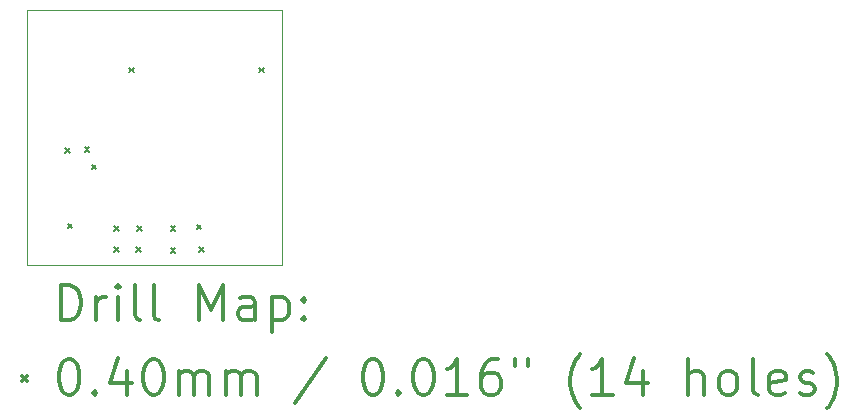
<source format=gbr>
%FSLAX45Y45*%
G04 Gerber Fmt 4.5, Leading zero omitted, Abs format (unit mm)*
G04 Created by KiCad (PCBNEW 5.1.4) date 2019-08-27 15:34:20*
%MOMM*%
%LPD*%
G04 APERTURE LIST*
%ADD10C,0.050000*%
%ADD11C,0.200000*%
%ADD12C,0.300000*%
G04 APERTURE END LIST*
D10*
X9317000Y-5152000D02*
X9317000Y-7311000D01*
X11476000Y-5152000D02*
X9317000Y-5152000D01*
X11476000Y-7311000D02*
X11476000Y-5152000D01*
X9317000Y-7311000D02*
X11476000Y-7311000D01*
D11*
X9640000Y-6320000D02*
X9680000Y-6360000D01*
X9680000Y-6320000D02*
X9640000Y-6360000D01*
X9660000Y-6960000D02*
X9700000Y-7000000D01*
X9700000Y-6960000D02*
X9660000Y-7000000D01*
X9803735Y-6313735D02*
X9843735Y-6353735D01*
X9843735Y-6313735D02*
X9803735Y-6353735D01*
X9861265Y-6461265D02*
X9901265Y-6501265D01*
X9901265Y-6461265D02*
X9861265Y-6501265D01*
X10050000Y-6980000D02*
X10090000Y-7020000D01*
X10090000Y-6980000D02*
X10050000Y-7020000D01*
X10050000Y-7160000D02*
X10090000Y-7200000D01*
X10090000Y-7160000D02*
X10050000Y-7200000D01*
X10180000Y-5640000D02*
X10220000Y-5680000D01*
X10220000Y-5640000D02*
X10180000Y-5680000D01*
X10240000Y-7160000D02*
X10280000Y-7200000D01*
X10280000Y-7160000D02*
X10240000Y-7200000D01*
X10250000Y-6980000D02*
X10290000Y-7020000D01*
X10290000Y-6980000D02*
X10250000Y-7020000D01*
X10530000Y-6980000D02*
X10570000Y-7020000D01*
X10570000Y-6980000D02*
X10530000Y-7020000D01*
X10530000Y-7170000D02*
X10570000Y-7210000D01*
X10570000Y-7170000D02*
X10530000Y-7210000D01*
X10750000Y-6970000D02*
X10790000Y-7010000D01*
X10790000Y-6970000D02*
X10750000Y-7010000D01*
X10770000Y-7160000D02*
X10810000Y-7200000D01*
X10810000Y-7160000D02*
X10770000Y-7200000D01*
X11280000Y-5640000D02*
X11320000Y-5680000D01*
X11320000Y-5640000D02*
X11280000Y-5680000D01*
D12*
X9600928Y-7779214D02*
X9600928Y-7479214D01*
X9672357Y-7479214D01*
X9715214Y-7493500D01*
X9743786Y-7522071D01*
X9758071Y-7550643D01*
X9772357Y-7607786D01*
X9772357Y-7650643D01*
X9758071Y-7707786D01*
X9743786Y-7736357D01*
X9715214Y-7764929D01*
X9672357Y-7779214D01*
X9600928Y-7779214D01*
X9900928Y-7779214D02*
X9900928Y-7579214D01*
X9900928Y-7636357D02*
X9915214Y-7607786D01*
X9929500Y-7593500D01*
X9958071Y-7579214D01*
X9986643Y-7579214D01*
X10086643Y-7779214D02*
X10086643Y-7579214D01*
X10086643Y-7479214D02*
X10072357Y-7493500D01*
X10086643Y-7507786D01*
X10100928Y-7493500D01*
X10086643Y-7479214D01*
X10086643Y-7507786D01*
X10272357Y-7779214D02*
X10243786Y-7764929D01*
X10229500Y-7736357D01*
X10229500Y-7479214D01*
X10429500Y-7779214D02*
X10400928Y-7764929D01*
X10386643Y-7736357D01*
X10386643Y-7479214D01*
X10772357Y-7779214D02*
X10772357Y-7479214D01*
X10872357Y-7693500D01*
X10972357Y-7479214D01*
X10972357Y-7779214D01*
X11243786Y-7779214D02*
X11243786Y-7622071D01*
X11229500Y-7593500D01*
X11200928Y-7579214D01*
X11143786Y-7579214D01*
X11115214Y-7593500D01*
X11243786Y-7764929D02*
X11215214Y-7779214D01*
X11143786Y-7779214D01*
X11115214Y-7764929D01*
X11100928Y-7736357D01*
X11100928Y-7707786D01*
X11115214Y-7679214D01*
X11143786Y-7664929D01*
X11215214Y-7664929D01*
X11243786Y-7650643D01*
X11386643Y-7579214D02*
X11386643Y-7879214D01*
X11386643Y-7593500D02*
X11415214Y-7579214D01*
X11472357Y-7579214D01*
X11500928Y-7593500D01*
X11515214Y-7607786D01*
X11529500Y-7636357D01*
X11529500Y-7722071D01*
X11515214Y-7750643D01*
X11500928Y-7764929D01*
X11472357Y-7779214D01*
X11415214Y-7779214D01*
X11386643Y-7764929D01*
X11658071Y-7750643D02*
X11672357Y-7764929D01*
X11658071Y-7779214D01*
X11643786Y-7764929D01*
X11658071Y-7750643D01*
X11658071Y-7779214D01*
X11658071Y-7593500D02*
X11672357Y-7607786D01*
X11658071Y-7622071D01*
X11643786Y-7607786D01*
X11658071Y-7593500D01*
X11658071Y-7622071D01*
X9274500Y-8253500D02*
X9314500Y-8293500D01*
X9314500Y-8253500D02*
X9274500Y-8293500D01*
X9658071Y-8109214D02*
X9686643Y-8109214D01*
X9715214Y-8123500D01*
X9729500Y-8137786D01*
X9743786Y-8166357D01*
X9758071Y-8223500D01*
X9758071Y-8294929D01*
X9743786Y-8352071D01*
X9729500Y-8380643D01*
X9715214Y-8394929D01*
X9686643Y-8409214D01*
X9658071Y-8409214D01*
X9629500Y-8394929D01*
X9615214Y-8380643D01*
X9600928Y-8352071D01*
X9586643Y-8294929D01*
X9586643Y-8223500D01*
X9600928Y-8166357D01*
X9615214Y-8137786D01*
X9629500Y-8123500D01*
X9658071Y-8109214D01*
X9886643Y-8380643D02*
X9900928Y-8394929D01*
X9886643Y-8409214D01*
X9872357Y-8394929D01*
X9886643Y-8380643D01*
X9886643Y-8409214D01*
X10158071Y-8209214D02*
X10158071Y-8409214D01*
X10086643Y-8094929D02*
X10015214Y-8309214D01*
X10200928Y-8309214D01*
X10372357Y-8109214D02*
X10400928Y-8109214D01*
X10429500Y-8123500D01*
X10443786Y-8137786D01*
X10458071Y-8166357D01*
X10472357Y-8223500D01*
X10472357Y-8294929D01*
X10458071Y-8352071D01*
X10443786Y-8380643D01*
X10429500Y-8394929D01*
X10400928Y-8409214D01*
X10372357Y-8409214D01*
X10343786Y-8394929D01*
X10329500Y-8380643D01*
X10315214Y-8352071D01*
X10300928Y-8294929D01*
X10300928Y-8223500D01*
X10315214Y-8166357D01*
X10329500Y-8137786D01*
X10343786Y-8123500D01*
X10372357Y-8109214D01*
X10600928Y-8409214D02*
X10600928Y-8209214D01*
X10600928Y-8237786D02*
X10615214Y-8223500D01*
X10643786Y-8209214D01*
X10686643Y-8209214D01*
X10715214Y-8223500D01*
X10729500Y-8252071D01*
X10729500Y-8409214D01*
X10729500Y-8252071D02*
X10743786Y-8223500D01*
X10772357Y-8209214D01*
X10815214Y-8209214D01*
X10843786Y-8223500D01*
X10858071Y-8252071D01*
X10858071Y-8409214D01*
X11000928Y-8409214D02*
X11000928Y-8209214D01*
X11000928Y-8237786D02*
X11015214Y-8223500D01*
X11043786Y-8209214D01*
X11086643Y-8209214D01*
X11115214Y-8223500D01*
X11129500Y-8252071D01*
X11129500Y-8409214D01*
X11129500Y-8252071D02*
X11143786Y-8223500D01*
X11172357Y-8209214D01*
X11215214Y-8209214D01*
X11243786Y-8223500D01*
X11258071Y-8252071D01*
X11258071Y-8409214D01*
X11843786Y-8094929D02*
X11586643Y-8480643D01*
X12229500Y-8109214D02*
X12258071Y-8109214D01*
X12286643Y-8123500D01*
X12300928Y-8137786D01*
X12315214Y-8166357D01*
X12329500Y-8223500D01*
X12329500Y-8294929D01*
X12315214Y-8352071D01*
X12300928Y-8380643D01*
X12286643Y-8394929D01*
X12258071Y-8409214D01*
X12229500Y-8409214D01*
X12200928Y-8394929D01*
X12186643Y-8380643D01*
X12172357Y-8352071D01*
X12158071Y-8294929D01*
X12158071Y-8223500D01*
X12172357Y-8166357D01*
X12186643Y-8137786D01*
X12200928Y-8123500D01*
X12229500Y-8109214D01*
X12458071Y-8380643D02*
X12472357Y-8394929D01*
X12458071Y-8409214D01*
X12443786Y-8394929D01*
X12458071Y-8380643D01*
X12458071Y-8409214D01*
X12658071Y-8109214D02*
X12686643Y-8109214D01*
X12715214Y-8123500D01*
X12729500Y-8137786D01*
X12743786Y-8166357D01*
X12758071Y-8223500D01*
X12758071Y-8294929D01*
X12743786Y-8352071D01*
X12729500Y-8380643D01*
X12715214Y-8394929D01*
X12686643Y-8409214D01*
X12658071Y-8409214D01*
X12629500Y-8394929D01*
X12615214Y-8380643D01*
X12600928Y-8352071D01*
X12586643Y-8294929D01*
X12586643Y-8223500D01*
X12600928Y-8166357D01*
X12615214Y-8137786D01*
X12629500Y-8123500D01*
X12658071Y-8109214D01*
X13043786Y-8409214D02*
X12872357Y-8409214D01*
X12958071Y-8409214D02*
X12958071Y-8109214D01*
X12929500Y-8152071D01*
X12900928Y-8180643D01*
X12872357Y-8194929D01*
X13300928Y-8109214D02*
X13243786Y-8109214D01*
X13215214Y-8123500D01*
X13200928Y-8137786D01*
X13172357Y-8180643D01*
X13158071Y-8237786D01*
X13158071Y-8352071D01*
X13172357Y-8380643D01*
X13186643Y-8394929D01*
X13215214Y-8409214D01*
X13272357Y-8409214D01*
X13300928Y-8394929D01*
X13315214Y-8380643D01*
X13329500Y-8352071D01*
X13329500Y-8280643D01*
X13315214Y-8252071D01*
X13300928Y-8237786D01*
X13272357Y-8223500D01*
X13215214Y-8223500D01*
X13186643Y-8237786D01*
X13172357Y-8252071D01*
X13158071Y-8280643D01*
X13443786Y-8109214D02*
X13443786Y-8166357D01*
X13558071Y-8109214D02*
X13558071Y-8166357D01*
X14000928Y-8523500D02*
X13986643Y-8509214D01*
X13958071Y-8466357D01*
X13943786Y-8437786D01*
X13929500Y-8394929D01*
X13915214Y-8323500D01*
X13915214Y-8266357D01*
X13929500Y-8194929D01*
X13943786Y-8152071D01*
X13958071Y-8123500D01*
X13986643Y-8080643D01*
X14000928Y-8066357D01*
X14272357Y-8409214D02*
X14100928Y-8409214D01*
X14186643Y-8409214D02*
X14186643Y-8109214D01*
X14158071Y-8152071D01*
X14129500Y-8180643D01*
X14100928Y-8194929D01*
X14529500Y-8209214D02*
X14529500Y-8409214D01*
X14458071Y-8094929D02*
X14386643Y-8309214D01*
X14572357Y-8309214D01*
X14915214Y-8409214D02*
X14915214Y-8109214D01*
X15043786Y-8409214D02*
X15043786Y-8252071D01*
X15029500Y-8223500D01*
X15000928Y-8209214D01*
X14958071Y-8209214D01*
X14929500Y-8223500D01*
X14915214Y-8237786D01*
X15229500Y-8409214D02*
X15200928Y-8394929D01*
X15186643Y-8380643D01*
X15172357Y-8352071D01*
X15172357Y-8266357D01*
X15186643Y-8237786D01*
X15200928Y-8223500D01*
X15229500Y-8209214D01*
X15272357Y-8209214D01*
X15300928Y-8223500D01*
X15315214Y-8237786D01*
X15329500Y-8266357D01*
X15329500Y-8352071D01*
X15315214Y-8380643D01*
X15300928Y-8394929D01*
X15272357Y-8409214D01*
X15229500Y-8409214D01*
X15500928Y-8409214D02*
X15472357Y-8394929D01*
X15458071Y-8366357D01*
X15458071Y-8109214D01*
X15729500Y-8394929D02*
X15700928Y-8409214D01*
X15643786Y-8409214D01*
X15615214Y-8394929D01*
X15600928Y-8366357D01*
X15600928Y-8252071D01*
X15615214Y-8223500D01*
X15643786Y-8209214D01*
X15700928Y-8209214D01*
X15729500Y-8223500D01*
X15743786Y-8252071D01*
X15743786Y-8280643D01*
X15600928Y-8309214D01*
X15858071Y-8394929D02*
X15886643Y-8409214D01*
X15943786Y-8409214D01*
X15972357Y-8394929D01*
X15986643Y-8366357D01*
X15986643Y-8352071D01*
X15972357Y-8323500D01*
X15943786Y-8309214D01*
X15900928Y-8309214D01*
X15872357Y-8294929D01*
X15858071Y-8266357D01*
X15858071Y-8252071D01*
X15872357Y-8223500D01*
X15900928Y-8209214D01*
X15943786Y-8209214D01*
X15972357Y-8223500D01*
X16086643Y-8523500D02*
X16100928Y-8509214D01*
X16129500Y-8466357D01*
X16143786Y-8437786D01*
X16158071Y-8394929D01*
X16172357Y-8323500D01*
X16172357Y-8266357D01*
X16158071Y-8194929D01*
X16143786Y-8152071D01*
X16129500Y-8123500D01*
X16100928Y-8080643D01*
X16086643Y-8066357D01*
M02*

</source>
